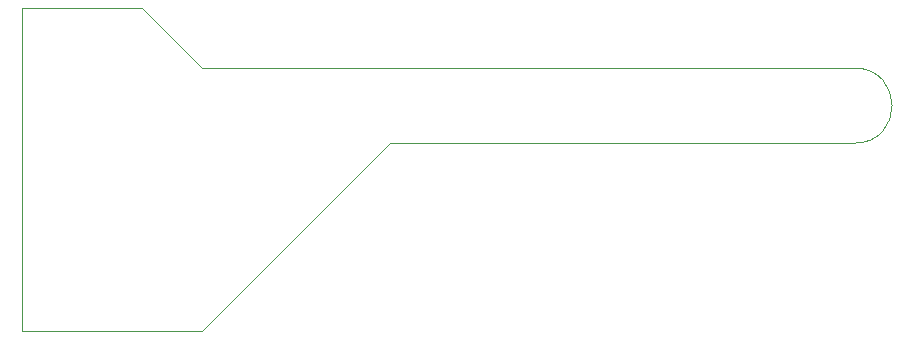
<source format=gbr>
%TF.GenerationSoftware,KiCad,Pcbnew,7.0.8*%
%TF.CreationDate,2024-03-25T00:11:57-07:00*%
%TF.ProjectId,Adafruit Speaker Bonnet,41646166-7275-4697-9420-537065616b65,rev?*%
%TF.SameCoordinates,Original*%
%TF.FileFunction,Profile,NP*%
%FSLAX46Y46*%
G04 Gerber Fmt 4.6, Leading zero omitted, Abs format (unit mm)*
G04 Created by KiCad (PCBNEW 7.0.8) date 2024-03-25 00:11:57*
%MOMM*%
%LPD*%
G01*
G04 APERTURE LIST*
%TA.AperFunction,Profile*%
%ADD10C,0.050000*%
%TD*%
G04 APERTURE END LIST*
D10*
X179070000Y-102870000D02*
G75*
G03*
X179070000Y-96520000I0J3175000D01*
G01*
X108585000Y-118745000D02*
X108585000Y-91440000D01*
X123825000Y-118745000D02*
X108585000Y-118745000D01*
X139697649Y-102872351D02*
X123825000Y-118745000D01*
X179070000Y-102870000D02*
X139700000Y-102870000D01*
X123825000Y-96520000D02*
X179070000Y-96520000D01*
X118745000Y-91440000D02*
X123825000Y-96520000D01*
X116840000Y-91440000D02*
X118745000Y-91440000D01*
X108585000Y-91440000D02*
X116840000Y-91440000D01*
M02*

</source>
